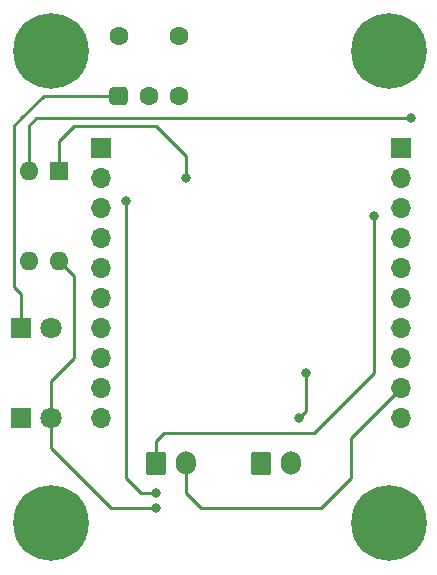
<source format=gbr>
%TF.GenerationSoftware,KiCad,Pcbnew,(5.1.9)-1*%
%TF.CreationDate,2022-08-15T05:54:51+09:00*%
%TF.ProjectId,Receiver,52656365-6976-4657-922e-6b696361645f,rev?*%
%TF.SameCoordinates,Original*%
%TF.FileFunction,Copper,L2,Bot*%
%TF.FilePolarity,Positive*%
%FSLAX46Y46*%
G04 Gerber Fmt 4.6, Leading zero omitted, Abs format (unit mm)*
G04 Created by KiCad (PCBNEW (5.1.9)-1) date 2022-08-15 05:54:51*
%MOMM*%
%LPD*%
G01*
G04 APERTURE LIST*
%TA.AperFunction,ComponentPad*%
%ADD10R,1.700000X1.700000*%
%TD*%
%TA.AperFunction,ComponentPad*%
%ADD11O,1.700000X1.700000*%
%TD*%
%TA.AperFunction,ComponentPad*%
%ADD12O,1.700000X2.000000*%
%TD*%
%TA.AperFunction,ComponentPad*%
%ADD13R,1.600000X1.600000*%
%TD*%
%TA.AperFunction,ComponentPad*%
%ADD14O,1.600000X1.600000*%
%TD*%
%TA.AperFunction,ComponentPad*%
%ADD15R,1.800000X1.800000*%
%TD*%
%TA.AperFunction,ComponentPad*%
%ADD16C,1.800000*%
%TD*%
%TA.AperFunction,ComponentPad*%
%ADD17C,6.400000*%
%TD*%
%TA.AperFunction,ComponentPad*%
%ADD18C,0.800000*%
%TD*%
%TA.AperFunction,ComponentPad*%
%ADD19C,1.600000*%
%TD*%
%TA.AperFunction,ViaPad*%
%ADD20C,0.800000*%
%TD*%
%TA.AperFunction,Conductor*%
%ADD21C,0.250000*%
%TD*%
G04 APERTURE END LIST*
D10*
%TO.P,J3,1*%
%TO.N,N/C*%
X89280000Y-116840000D03*
D11*
%TO.P,J3,2*%
X89280000Y-119380000D03*
%TO.P,J3,3*%
X89280000Y-121920000D03*
%TO.P,J3,4*%
%TO.N,RX*%
X89280000Y-124460000D03*
%TO.P,J3,5*%
%TO.N,N/C*%
X89280000Y-127000000D03*
%TO.P,J3,6*%
X89280000Y-129540000D03*
%TO.P,J3,7*%
X89280000Y-132080000D03*
%TO.P,J3,8*%
X89280000Y-134620000D03*
%TO.P,J3,9*%
%TO.N,+3V3*%
X89280000Y-137160000D03*
%TO.P,J3,10*%
%TO.N,N/C*%
X89280000Y-139700000D03*
%TD*%
%TO.P,J4,10*%
%TO.N,N/C*%
X114680000Y-139700000D03*
%TO.P,J4,9*%
%TO.N,GND*%
X114680000Y-137160000D03*
%TO.P,J4,8*%
%TO.N,N/C*%
X114680000Y-134620000D03*
%TO.P,J4,7*%
X114680000Y-132080000D03*
%TO.P,J4,6*%
X114680000Y-129540000D03*
%TO.P,J4,5*%
X114680000Y-127000000D03*
%TO.P,J4,4*%
X114680000Y-124460000D03*
%TO.P,J4,3*%
%TO.N,TX*%
X114680000Y-121920000D03*
%TO.P,J4,2*%
%TO.N,N/C*%
X114680000Y-119380000D03*
D10*
%TO.P,J4,1*%
X114680000Y-116840000D03*
%TD*%
%TO.P,J5,1*%
%TO.N,+5V*%
%TA.AperFunction,ComponentPad*%
G36*
G01*
X93130000Y-144260000D02*
X93130000Y-142760000D01*
G75*
G02*
X93380000Y-142510000I250000J0D01*
G01*
X94580000Y-142510000D01*
G75*
G02*
X94830000Y-142760000I0J-250000D01*
G01*
X94830000Y-144260000D01*
G75*
G02*
X94580000Y-144510000I-250000J0D01*
G01*
X93380000Y-144510000D01*
G75*
G02*
X93130000Y-144260000I0J250000D01*
G01*
G37*
%TD.AperFunction*%
D12*
%TO.P,J5,2*%
%TO.N,GND*%
X96480000Y-143510000D03*
%TD*%
%TO.P,J6,1*%
%TO.N,Net-(J6-Pad1)*%
%TA.AperFunction,ComponentPad*%
G36*
G01*
X102020000Y-144260000D02*
X102020000Y-142760000D01*
G75*
G02*
X102270000Y-142510000I250000J0D01*
G01*
X103470000Y-142510000D01*
G75*
G02*
X103720000Y-142760000I0J-250000D01*
G01*
X103720000Y-144260000D01*
G75*
G02*
X103470000Y-144510000I-250000J0D01*
G01*
X102270000Y-144510000D01*
G75*
G02*
X102020000Y-144260000I0J250000D01*
G01*
G37*
%TD.AperFunction*%
%TO.P,J6,2*%
%TO.N,Net-(D2-Pad2)*%
X105370000Y-143510000D03*
%TD*%
D13*
%TO.P,U1,1*%
%TO.N,Out1*%
X85725000Y-118745000D03*
D14*
%TO.P,U1,3*%
%TO.N,Net-(D1-Pad2)*%
X83185000Y-126365000D03*
%TO.P,U1,2*%
%TO.N,GND*%
X83185000Y-118745000D03*
%TO.P,U1,4*%
%TO.N,Net-(D2-Pad2)*%
X85725000Y-126365000D03*
%TD*%
D15*
%TO.P,D1,1*%
%TO.N,Net-(D1-Pad1)*%
X82550000Y-132080000D03*
D16*
%TO.P,D1,2*%
%TO.N,Net-(D1-Pad2)*%
X85090000Y-132080000D03*
%TD*%
%TO.P,D2,2*%
%TO.N,Net-(D2-Pad2)*%
X85090000Y-139700000D03*
D15*
%TO.P,D2,1*%
%TO.N,Net-(D2-Pad1)*%
X82550000Y-139700000D03*
%TD*%
D17*
%TO.P,H1,1*%
%TO.N,N/C*%
X85090000Y-108585000D03*
D18*
X87490000Y-108585000D03*
X86787056Y-110282056D03*
X85090000Y-110985000D03*
X83392944Y-110282056D03*
X82690000Y-108585000D03*
X83392944Y-106887944D03*
X85090000Y-106185000D03*
X86787056Y-106887944D03*
%TD*%
%TO.P,H2,1*%
%TO.N,N/C*%
X86787056Y-146892944D03*
X85090000Y-146190000D03*
X83392944Y-146892944D03*
X82690000Y-148590000D03*
X83392944Y-150287056D03*
X85090000Y-150990000D03*
X86787056Y-150287056D03*
X87490000Y-148590000D03*
D17*
X85090000Y-148590000D03*
%TD*%
%TO.P,H3,1*%
%TO.N,N/C*%
X113665000Y-148590000D03*
D18*
X116065000Y-148590000D03*
X115362056Y-150287056D03*
X113665000Y-150990000D03*
X111967944Y-150287056D03*
X111265000Y-148590000D03*
X111967944Y-146892944D03*
X113665000Y-146190000D03*
X115362056Y-146892944D03*
%TD*%
%TO.P,H4,1*%
%TO.N,N/C*%
X115362056Y-106887944D03*
X113665000Y-106185000D03*
X111967944Y-106887944D03*
X111265000Y-108585000D03*
X111967944Y-110282056D03*
X113665000Y-110985000D03*
X115362056Y-110282056D03*
X116065000Y-108585000D03*
D17*
X113665000Y-108585000D03*
%TD*%
D19*
%TO.P,SW1,*%
%TO.N,*%
X95885000Y-107315000D03*
X90805000Y-107315000D03*
%TO.P,SW1,1*%
%TO.N,Net-(D1-Pad1)*%
%TA.AperFunction,ComponentPad*%
G36*
G01*
X90405000Y-111595000D02*
X91205000Y-111595000D01*
G75*
G02*
X91605000Y-111995000I0J-400000D01*
G01*
X91605000Y-112795000D01*
G75*
G02*
X91205000Y-113195000I-400000J0D01*
G01*
X90405000Y-113195000D01*
G75*
G02*
X90005000Y-112795000I0J400000D01*
G01*
X90005000Y-111995000D01*
G75*
G02*
X90405000Y-111595000I400000J0D01*
G01*
G37*
%TD.AperFunction*%
%TO.P,SW1,2*%
%TO.N,Net-(J6-Pad1)*%
X93345000Y-112395000D03*
%TO.P,SW1,3*%
%TO.N,Net-(D2-Pad1)*%
X95885000Y-112395000D03*
%TD*%
D20*
%TO.N,GND*%
X115570000Y-114300000D03*
%TO.N,Net-(D2-Pad2)*%
X93980000Y-147320000D03*
%TO.N,+5V*%
X112395000Y-122555000D03*
%TO.N,Net-(J6-Pad1)*%
X93980000Y-146050000D03*
X91440000Y-121285000D03*
%TO.N,+3V3*%
X106680000Y-135890000D03*
X106045000Y-139700000D03*
%TO.N,Out1*%
X96520000Y-119380000D03*
%TD*%
D21*
%TO.N,Net-(D1-Pad1)*%
X86360000Y-112395000D02*
X90805000Y-112395000D01*
X84455000Y-112395000D02*
X86360000Y-112395000D01*
X81915000Y-128554990D02*
X81915000Y-114935000D01*
X82550000Y-129189990D02*
X81915000Y-128554990D01*
X82550000Y-132080000D02*
X82550000Y-129189990D01*
X81915000Y-114935000D02*
X82550000Y-114300000D01*
X82550000Y-114300000D02*
X84455000Y-112395000D01*
%TO.N,GND*%
X114680000Y-137160000D02*
X110490000Y-141350000D01*
X110490000Y-141350000D02*
X110490000Y-144780000D01*
X110490000Y-144780000D02*
X107950000Y-147320000D01*
X107950000Y-147320000D02*
X97790000Y-147320000D01*
X96480000Y-146010000D02*
X96480000Y-143510000D01*
X97790000Y-147320000D02*
X96480000Y-146010000D01*
X86360000Y-114300000D02*
X115570000Y-114300000D01*
X83820000Y-114300000D02*
X86360000Y-114300000D01*
X83185000Y-114935000D02*
X83820000Y-114300000D01*
X83185000Y-118745000D02*
X83185000Y-114935000D01*
%TO.N,Net-(D2-Pad2)*%
X93980000Y-147320000D02*
X90170000Y-147320000D01*
X90170000Y-147320000D02*
X85090000Y-142240000D01*
X85090000Y-142240000D02*
X85090000Y-139700000D01*
X85090000Y-139700000D02*
X85090000Y-136525000D01*
X85090000Y-136525000D02*
X86995000Y-134620000D01*
X86995000Y-127635000D02*
X85725000Y-126365000D01*
X86995000Y-134620000D02*
X86995000Y-127635000D01*
%TO.N,+5V*%
X112395000Y-135890000D02*
X112395000Y-122555000D01*
X107315000Y-140970000D02*
X112395000Y-135890000D01*
X94615000Y-140970000D02*
X107315000Y-140970000D01*
X93980000Y-141605000D02*
X94615000Y-140970000D01*
X93980000Y-143510000D02*
X93980000Y-141605000D01*
%TO.N,Net-(J6-Pad1)*%
X92710000Y-146050000D02*
X91440000Y-144780000D01*
X92710000Y-146050000D02*
X93980000Y-146050000D01*
X91440000Y-144780000D02*
X91440000Y-143510000D01*
X91440000Y-121285000D02*
X91440000Y-143510000D01*
%TO.N,+3V3*%
X106680000Y-135890000D02*
X106680000Y-137160000D01*
X106045000Y-139700000D02*
X106680000Y-139065000D01*
X106680000Y-139065000D02*
X106680000Y-135890000D01*
%TO.N,Out1*%
X96520000Y-117475000D02*
X96520000Y-119380000D01*
X93980000Y-114935000D02*
X96520000Y-117475000D01*
X86995000Y-114935000D02*
X93980000Y-114935000D01*
X85725000Y-116205000D02*
X86995000Y-114935000D01*
X85725000Y-118745000D02*
X85725000Y-116205000D01*
%TD*%
M02*

</source>
